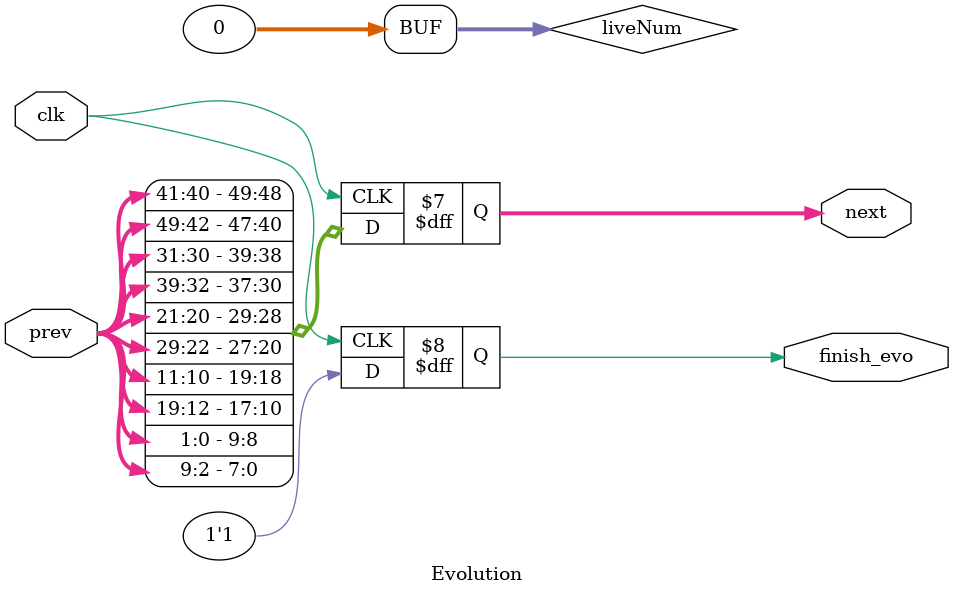
<source format=sv>
module Evolution #(
    parameter P_PARAM_N = 5
)
// 默认大小100 * 100
(
    input  wire clk,
    input  reg [P_PARAM_N * P_PARAM_N * 2 - 1:0] prev,
    output reg [P_PARAM_N * P_PARAM_N * 2 - 1:0] next,
    output reg finish_evo   // 是否完成了演化
);
  integer liveNum = 0;
  integer i = 0;
  integer j = 0;
  always @ (posedge clk) begin
    finish_evo = 0;     //应当用阻塞赋值
    for (i = 0; i < P_PARAM_N; i = i + 1) begin
      for (j = 0; j < P_PARAM_N; j = j + 1) begin
        // liveNum = 0;
        // if (j > 0) begin
        //   if (i > 0) begin
        //     if (prev[i-1][j-1]) begin
        //       liveNum = liveNum + 1;
        //     end
        //   end
        //   if (prev[i][j-1] != 0) begin
        //     liveNum = liveNum + 1;
        //   end
        //   if (i < P_PARAM_N - 1) begin
        //     if (prev[i+1][j-1] != 0) begin
        //       liveNum = liveNum + 1;
        //     end
        //   end
        // end
        // if (i > 0) begin
        //   if (prev[i-1][j] != 0) begin
        //     liveNum = liveNum + 1;
        //   end
        // end
        // if (i < P_PARAM_N - 1) begin
        //   if (prev[i+1][j] != 0) begin
        //     liveNum = liveNum + 1;
        //   end
        // end
        // if (j < P_PARAM_N - 1) begin
        //   if (i > 0) begin
        //     if (prev[i-1][j+1] != 0) begin
        //       liveNum = liveNum + 1;
        //     end
        //   end
        //   if (i < P_PARAM_N - 1) begin
        //     if (prev[i+1][j+1] != 0) begin
        //       liveNum = liveNum + 1;
        //     end
        //   end
        //   if (prev[i][j+1] != 0) begin
        //     liveNum = liveNum + 1;
        //   end
        // end
        // if (prev[i][j] == 0 && liveNum == 3) begin
        //   next[i][j] <= 1;
        // end else if (prev[i][j] == 1 && (liveNum == 2 || liveNum == 3)) begin
        //   next[i][j] <= 1;
        // end else begin
        //   next[i][j] <= 0;
        // end
        if (j == P_PARAM_N - 1) begin
          next[(i * P_PARAM_N + j) * 2] <= prev[(i * P_PARAM_N) * 2];
          next[(i * P_PARAM_N + j) * 2 + 1] <= prev[(i * P_PARAM_N) * 2 + 1];
        end
        else begin
          next[(i * P_PARAM_N + j) * 2] <= prev[(i * P_PARAM_N + j + 1) * 2];
          next[(i * P_PARAM_N + j) * 2 + 1] <= prev[(i * P_PARAM_N + j + 1) * 2 + 1];
        end
      end
    end
    finish_evo <= 1;    // 标志已经完成了演化
  end
  

endmodule

</source>
